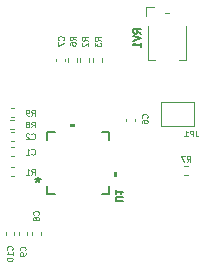
<source format=gbr>
%TF.GenerationSoftware,KiCad,Pcbnew,8.0.4*%
%TF.CreationDate,2024-09-25T00:08:57+05:30*%
%TF.ProjectId,NYSM.2_TMC2209_Stepper_driver,4e59534d-2e32-45f5-944d-43323230395f,rev?*%
%TF.SameCoordinates,Original*%
%TF.FileFunction,Legend,Bot*%
%TF.FilePolarity,Positive*%
%FSLAX46Y46*%
G04 Gerber Fmt 4.6, Leading zero omitted, Abs format (unit mm)*
G04 Created by KiCad (PCBNEW 8.0.4) date 2024-09-25 00:08:57*
%MOMM*%
%LPD*%
G01*
G04 APERTURE LIST*
%ADD10C,0.153000*%
%ADD11C,0.150000*%
%ADD12C,0.125000*%
%ADD13C,0.152400*%
%ADD14C,0.000000*%
%ADD15C,0.120000*%
G04 APERTURE END LIST*
D10*
X148637906Y-120829200D02*
X148127906Y-120829200D01*
X148127906Y-120829200D02*
X148067906Y-120799200D01*
X148067906Y-120799200D02*
X148037906Y-120769200D01*
X148037906Y-120769200D02*
X148007906Y-120709200D01*
X148007906Y-120709200D02*
X148007906Y-120589200D01*
X148007906Y-120589200D02*
X148037906Y-120529200D01*
X148037906Y-120529200D02*
X148067906Y-120499200D01*
X148067906Y-120499200D02*
X148127906Y-120469200D01*
X148127906Y-120469200D02*
X148637906Y-120469200D01*
X148007906Y-119839200D02*
X148007906Y-120199200D01*
X148007906Y-120019200D02*
X148637906Y-120019200D01*
X148637906Y-120019200D02*
X148547906Y-120079200D01*
X148547906Y-120079200D02*
X148487906Y-120139200D01*
X148487906Y-120139200D02*
X148457906Y-120199200D01*
D11*
X141408999Y-118781419D02*
X141408999Y-119019514D01*
X141647094Y-118924276D02*
X141408999Y-119019514D01*
X141408999Y-119019514D02*
X141170904Y-118924276D01*
X141551856Y-119209990D02*
X141408999Y-119019514D01*
X141408999Y-119019514D02*
X141266142Y-119209990D01*
X141391399Y-118804019D02*
X141391399Y-119042114D01*
X141629494Y-118946876D02*
X141391399Y-119042114D01*
X141391399Y-119042114D02*
X141153304Y-118946876D01*
X141534256Y-119232590D02*
X141391399Y-119042114D01*
X141391399Y-119042114D02*
X141248542Y-119232590D01*
D12*
X140874733Y-113574009D02*
X141041399Y-113335914D01*
X141160447Y-113574009D02*
X141160447Y-113074009D01*
X141160447Y-113074009D02*
X140969971Y-113074009D01*
X140969971Y-113074009D02*
X140922352Y-113097819D01*
X140922352Y-113097819D02*
X140898542Y-113121628D01*
X140898542Y-113121628D02*
X140874733Y-113169247D01*
X140874733Y-113169247D02*
X140874733Y-113240676D01*
X140874733Y-113240676D02*
X140898542Y-113288295D01*
X140898542Y-113288295D02*
X140922352Y-113312104D01*
X140922352Y-113312104D02*
X140969971Y-113335914D01*
X140969971Y-113335914D02*
X141160447Y-113335914D01*
X140636637Y-113574009D02*
X140541399Y-113574009D01*
X140541399Y-113574009D02*
X140493780Y-113550200D01*
X140493780Y-113550200D02*
X140469971Y-113526390D01*
X140469971Y-113526390D02*
X140422352Y-113454961D01*
X140422352Y-113454961D02*
X140398542Y-113359723D01*
X140398542Y-113359723D02*
X140398542Y-113169247D01*
X140398542Y-113169247D02*
X140422352Y-113121628D01*
X140422352Y-113121628D02*
X140446161Y-113097819D01*
X140446161Y-113097819D02*
X140493780Y-113074009D01*
X140493780Y-113074009D02*
X140589018Y-113074009D01*
X140589018Y-113074009D02*
X140636637Y-113097819D01*
X140636637Y-113097819D02*
X140660447Y-113121628D01*
X140660447Y-113121628D02*
X140684256Y-113169247D01*
X140684256Y-113169247D02*
X140684256Y-113288295D01*
X140684256Y-113288295D02*
X140660447Y-113335914D01*
X140660447Y-113335914D02*
X140636637Y-113359723D01*
X140636637Y-113359723D02*
X140589018Y-113383533D01*
X140589018Y-113383533D02*
X140493780Y-113383533D01*
X140493780Y-113383533D02*
X140446161Y-113359723D01*
X140446161Y-113359723D02*
X140422352Y-113335914D01*
X140422352Y-113335914D02*
X140398542Y-113288295D01*
X140338590Y-124965866D02*
X140362400Y-124942057D01*
X140362400Y-124942057D02*
X140386209Y-124870628D01*
X140386209Y-124870628D02*
X140386209Y-124823009D01*
X140386209Y-124823009D02*
X140362400Y-124751581D01*
X140362400Y-124751581D02*
X140314780Y-124703962D01*
X140314780Y-124703962D02*
X140267161Y-124680152D01*
X140267161Y-124680152D02*
X140171923Y-124656343D01*
X140171923Y-124656343D02*
X140100495Y-124656343D01*
X140100495Y-124656343D02*
X140005257Y-124680152D01*
X140005257Y-124680152D02*
X139957638Y-124703962D01*
X139957638Y-124703962D02*
X139910019Y-124751581D01*
X139910019Y-124751581D02*
X139886209Y-124823009D01*
X139886209Y-124823009D02*
X139886209Y-124870628D01*
X139886209Y-124870628D02*
X139910019Y-124942057D01*
X139910019Y-124942057D02*
X139933828Y-124965866D01*
X140386209Y-125203962D02*
X140386209Y-125299200D01*
X140386209Y-125299200D02*
X140362400Y-125346819D01*
X140362400Y-125346819D02*
X140338590Y-125370628D01*
X140338590Y-125370628D02*
X140267161Y-125418247D01*
X140267161Y-125418247D02*
X140171923Y-125442057D01*
X140171923Y-125442057D02*
X139981447Y-125442057D01*
X139981447Y-125442057D02*
X139933828Y-125418247D01*
X139933828Y-125418247D02*
X139910019Y-125394438D01*
X139910019Y-125394438D02*
X139886209Y-125346819D01*
X139886209Y-125346819D02*
X139886209Y-125251581D01*
X139886209Y-125251581D02*
X139910019Y-125203962D01*
X139910019Y-125203962D02*
X139933828Y-125180152D01*
X139933828Y-125180152D02*
X139981447Y-125156343D01*
X139981447Y-125156343D02*
X140100495Y-125156343D01*
X140100495Y-125156343D02*
X140148114Y-125180152D01*
X140148114Y-125180152D02*
X140171923Y-125203962D01*
X140171923Y-125203962D02*
X140195733Y-125251581D01*
X140195733Y-125251581D02*
X140195733Y-125346819D01*
X140195733Y-125346819D02*
X140171923Y-125394438D01*
X140171923Y-125394438D02*
X140148114Y-125418247D01*
X140148114Y-125418247D02*
X140100495Y-125442057D01*
X140874733Y-116826390D02*
X140898542Y-116850200D01*
X140898542Y-116850200D02*
X140969971Y-116874009D01*
X140969971Y-116874009D02*
X141017590Y-116874009D01*
X141017590Y-116874009D02*
X141089018Y-116850200D01*
X141089018Y-116850200D02*
X141136637Y-116802580D01*
X141136637Y-116802580D02*
X141160447Y-116754961D01*
X141160447Y-116754961D02*
X141184256Y-116659723D01*
X141184256Y-116659723D02*
X141184256Y-116588295D01*
X141184256Y-116588295D02*
X141160447Y-116493057D01*
X141160447Y-116493057D02*
X141136637Y-116445438D01*
X141136637Y-116445438D02*
X141089018Y-116397819D01*
X141089018Y-116397819D02*
X141017590Y-116374009D01*
X141017590Y-116374009D02*
X140969971Y-116374009D01*
X140969971Y-116374009D02*
X140898542Y-116397819D01*
X140898542Y-116397819D02*
X140874733Y-116421628D01*
X140398542Y-116874009D02*
X140684256Y-116874009D01*
X140541399Y-116874009D02*
X140541399Y-116374009D01*
X140541399Y-116374009D02*
X140589018Y-116445438D01*
X140589018Y-116445438D02*
X140636637Y-116493057D01*
X140636637Y-116493057D02*
X140684256Y-116516866D01*
X144616209Y-107165866D02*
X144378114Y-106999200D01*
X144616209Y-106880152D02*
X144116209Y-106880152D01*
X144116209Y-106880152D02*
X144116209Y-107070628D01*
X144116209Y-107070628D02*
X144140019Y-107118247D01*
X144140019Y-107118247D02*
X144163828Y-107142057D01*
X144163828Y-107142057D02*
X144211447Y-107165866D01*
X144211447Y-107165866D02*
X144282876Y-107165866D01*
X144282876Y-107165866D02*
X144330495Y-107142057D01*
X144330495Y-107142057D02*
X144354304Y-107118247D01*
X144354304Y-107118247D02*
X144378114Y-107070628D01*
X144378114Y-107070628D02*
X144378114Y-106880152D01*
X144116209Y-107594438D02*
X144116209Y-107499200D01*
X144116209Y-107499200D02*
X144140019Y-107451581D01*
X144140019Y-107451581D02*
X144163828Y-107427771D01*
X144163828Y-107427771D02*
X144235257Y-107380152D01*
X144235257Y-107380152D02*
X144330495Y-107356343D01*
X144330495Y-107356343D02*
X144520971Y-107356343D01*
X144520971Y-107356343D02*
X144568590Y-107380152D01*
X144568590Y-107380152D02*
X144592400Y-107403962D01*
X144592400Y-107403962D02*
X144616209Y-107451581D01*
X144616209Y-107451581D02*
X144616209Y-107546819D01*
X144616209Y-107546819D02*
X144592400Y-107594438D01*
X144592400Y-107594438D02*
X144568590Y-107618247D01*
X144568590Y-107618247D02*
X144520971Y-107642057D01*
X144520971Y-107642057D02*
X144401923Y-107642057D01*
X144401923Y-107642057D02*
X144354304Y-107618247D01*
X144354304Y-107618247D02*
X144330495Y-107594438D01*
X144330495Y-107594438D02*
X144306685Y-107546819D01*
X144306685Y-107546819D02*
X144306685Y-107451581D01*
X144306685Y-107451581D02*
X144330495Y-107403962D01*
X144330495Y-107403962D02*
X144354304Y-107380152D01*
X144354304Y-107380152D02*
X144401923Y-107356343D01*
X139238590Y-124917771D02*
X139262400Y-124893962D01*
X139262400Y-124893962D02*
X139286209Y-124822533D01*
X139286209Y-124822533D02*
X139286209Y-124774914D01*
X139286209Y-124774914D02*
X139262400Y-124703486D01*
X139262400Y-124703486D02*
X139214780Y-124655867D01*
X139214780Y-124655867D02*
X139167161Y-124632057D01*
X139167161Y-124632057D02*
X139071923Y-124608248D01*
X139071923Y-124608248D02*
X139000495Y-124608248D01*
X139000495Y-124608248D02*
X138905257Y-124632057D01*
X138905257Y-124632057D02*
X138857638Y-124655867D01*
X138857638Y-124655867D02*
X138810019Y-124703486D01*
X138810019Y-124703486D02*
X138786209Y-124774914D01*
X138786209Y-124774914D02*
X138786209Y-124822533D01*
X138786209Y-124822533D02*
X138810019Y-124893962D01*
X138810019Y-124893962D02*
X138833828Y-124917771D01*
X139286209Y-125393962D02*
X139286209Y-125108248D01*
X139286209Y-125251105D02*
X138786209Y-125251105D01*
X138786209Y-125251105D02*
X138857638Y-125203486D01*
X138857638Y-125203486D02*
X138905257Y-125155867D01*
X138905257Y-125155867D02*
X138929066Y-125108248D01*
X138786209Y-125703485D02*
X138786209Y-125751104D01*
X138786209Y-125751104D02*
X138810019Y-125798723D01*
X138810019Y-125798723D02*
X138833828Y-125822533D01*
X138833828Y-125822533D02*
X138881447Y-125846342D01*
X138881447Y-125846342D02*
X138976685Y-125870152D01*
X138976685Y-125870152D02*
X139095733Y-125870152D01*
X139095733Y-125870152D02*
X139190971Y-125846342D01*
X139190971Y-125846342D02*
X139238590Y-125822533D01*
X139238590Y-125822533D02*
X139262400Y-125798723D01*
X139262400Y-125798723D02*
X139286209Y-125751104D01*
X139286209Y-125751104D02*
X139286209Y-125703485D01*
X139286209Y-125703485D02*
X139262400Y-125655866D01*
X139262400Y-125655866D02*
X139238590Y-125632057D01*
X139238590Y-125632057D02*
X139190971Y-125608247D01*
X139190971Y-125608247D02*
X139095733Y-125584438D01*
X139095733Y-125584438D02*
X138976685Y-125584438D01*
X138976685Y-125584438D02*
X138881447Y-125608247D01*
X138881447Y-125608247D02*
X138833828Y-125632057D01*
X138833828Y-125632057D02*
X138810019Y-125655866D01*
X138810019Y-125655866D02*
X138786209Y-125703485D01*
X140874733Y-118574009D02*
X141041399Y-118335914D01*
X141160447Y-118574009D02*
X141160447Y-118074009D01*
X141160447Y-118074009D02*
X140969971Y-118074009D01*
X140969971Y-118074009D02*
X140922352Y-118097819D01*
X140922352Y-118097819D02*
X140898542Y-118121628D01*
X140898542Y-118121628D02*
X140874733Y-118169247D01*
X140874733Y-118169247D02*
X140874733Y-118240676D01*
X140874733Y-118240676D02*
X140898542Y-118288295D01*
X140898542Y-118288295D02*
X140922352Y-118312104D01*
X140922352Y-118312104D02*
X140969971Y-118335914D01*
X140969971Y-118335914D02*
X141160447Y-118335914D01*
X140398542Y-118574009D02*
X140684256Y-118574009D01*
X140541399Y-118574009D02*
X140541399Y-118074009D01*
X140541399Y-118074009D02*
X140589018Y-118145438D01*
X140589018Y-118145438D02*
X140636637Y-118193057D01*
X140636637Y-118193057D02*
X140684256Y-118216866D01*
X145626209Y-107225866D02*
X145388114Y-107059200D01*
X145626209Y-106940152D02*
X145126209Y-106940152D01*
X145126209Y-106940152D02*
X145126209Y-107130628D01*
X145126209Y-107130628D02*
X145150019Y-107178247D01*
X145150019Y-107178247D02*
X145173828Y-107202057D01*
X145173828Y-107202057D02*
X145221447Y-107225866D01*
X145221447Y-107225866D02*
X145292876Y-107225866D01*
X145292876Y-107225866D02*
X145340495Y-107202057D01*
X145340495Y-107202057D02*
X145364304Y-107178247D01*
X145364304Y-107178247D02*
X145388114Y-107130628D01*
X145388114Y-107130628D02*
X145388114Y-106940152D01*
X145173828Y-107416343D02*
X145150019Y-107440152D01*
X145150019Y-107440152D02*
X145126209Y-107487771D01*
X145126209Y-107487771D02*
X145126209Y-107606819D01*
X145126209Y-107606819D02*
X145150019Y-107654438D01*
X145150019Y-107654438D02*
X145173828Y-107678247D01*
X145173828Y-107678247D02*
X145221447Y-107702057D01*
X145221447Y-107702057D02*
X145269066Y-107702057D01*
X145269066Y-107702057D02*
X145340495Y-107678247D01*
X145340495Y-107678247D02*
X145626209Y-107392533D01*
X145626209Y-107392533D02*
X145626209Y-107702057D01*
X140874733Y-114574009D02*
X141041399Y-114335914D01*
X141160447Y-114574009D02*
X141160447Y-114074009D01*
X141160447Y-114074009D02*
X140969971Y-114074009D01*
X140969971Y-114074009D02*
X140922352Y-114097819D01*
X140922352Y-114097819D02*
X140898542Y-114121628D01*
X140898542Y-114121628D02*
X140874733Y-114169247D01*
X140874733Y-114169247D02*
X140874733Y-114240676D01*
X140874733Y-114240676D02*
X140898542Y-114288295D01*
X140898542Y-114288295D02*
X140922352Y-114312104D01*
X140922352Y-114312104D02*
X140969971Y-114335914D01*
X140969971Y-114335914D02*
X141160447Y-114335914D01*
X140589018Y-114288295D02*
X140636637Y-114264485D01*
X140636637Y-114264485D02*
X140660447Y-114240676D01*
X140660447Y-114240676D02*
X140684256Y-114193057D01*
X140684256Y-114193057D02*
X140684256Y-114169247D01*
X140684256Y-114169247D02*
X140660447Y-114121628D01*
X140660447Y-114121628D02*
X140636637Y-114097819D01*
X140636637Y-114097819D02*
X140589018Y-114074009D01*
X140589018Y-114074009D02*
X140493780Y-114074009D01*
X140493780Y-114074009D02*
X140446161Y-114097819D01*
X140446161Y-114097819D02*
X140422352Y-114121628D01*
X140422352Y-114121628D02*
X140398542Y-114169247D01*
X140398542Y-114169247D02*
X140398542Y-114193057D01*
X140398542Y-114193057D02*
X140422352Y-114240676D01*
X140422352Y-114240676D02*
X140446161Y-114264485D01*
X140446161Y-114264485D02*
X140493780Y-114288295D01*
X140493780Y-114288295D02*
X140589018Y-114288295D01*
X140589018Y-114288295D02*
X140636637Y-114312104D01*
X140636637Y-114312104D02*
X140660447Y-114335914D01*
X140660447Y-114335914D02*
X140684256Y-114383533D01*
X140684256Y-114383533D02*
X140684256Y-114478771D01*
X140684256Y-114478771D02*
X140660447Y-114526390D01*
X140660447Y-114526390D02*
X140636637Y-114550200D01*
X140636637Y-114550200D02*
X140589018Y-114574009D01*
X140589018Y-114574009D02*
X140493780Y-114574009D01*
X140493780Y-114574009D02*
X140446161Y-114550200D01*
X140446161Y-114550200D02*
X140422352Y-114526390D01*
X140422352Y-114526390D02*
X140398542Y-114478771D01*
X140398542Y-114478771D02*
X140398542Y-114383533D01*
X140398542Y-114383533D02*
X140422352Y-114335914D01*
X140422352Y-114335914D02*
X140446161Y-114312104D01*
X140446161Y-114312104D02*
X140493780Y-114288295D01*
X146746209Y-107235866D02*
X146508114Y-107069200D01*
X146746209Y-106950152D02*
X146246209Y-106950152D01*
X146246209Y-106950152D02*
X146246209Y-107140628D01*
X146246209Y-107140628D02*
X146270019Y-107188247D01*
X146270019Y-107188247D02*
X146293828Y-107212057D01*
X146293828Y-107212057D02*
X146341447Y-107235866D01*
X146341447Y-107235866D02*
X146412876Y-107235866D01*
X146412876Y-107235866D02*
X146460495Y-107212057D01*
X146460495Y-107212057D02*
X146484304Y-107188247D01*
X146484304Y-107188247D02*
X146508114Y-107140628D01*
X146508114Y-107140628D02*
X146508114Y-106950152D01*
X146246209Y-107402533D02*
X146246209Y-107712057D01*
X146246209Y-107712057D02*
X146436685Y-107545390D01*
X146436685Y-107545390D02*
X146436685Y-107616819D01*
X146436685Y-107616819D02*
X146460495Y-107664438D01*
X146460495Y-107664438D02*
X146484304Y-107688247D01*
X146484304Y-107688247D02*
X146531923Y-107712057D01*
X146531923Y-107712057D02*
X146650971Y-107712057D01*
X146650971Y-107712057D02*
X146698590Y-107688247D01*
X146698590Y-107688247D02*
X146722400Y-107664438D01*
X146722400Y-107664438D02*
X146746209Y-107616819D01*
X146746209Y-107616819D02*
X146746209Y-107473962D01*
X146746209Y-107473962D02*
X146722400Y-107426343D01*
X146722400Y-107426343D02*
X146698590Y-107402533D01*
X141468590Y-121965866D02*
X141492400Y-121942057D01*
X141492400Y-121942057D02*
X141516209Y-121870628D01*
X141516209Y-121870628D02*
X141516209Y-121823009D01*
X141516209Y-121823009D02*
X141492400Y-121751581D01*
X141492400Y-121751581D02*
X141444780Y-121703962D01*
X141444780Y-121703962D02*
X141397161Y-121680152D01*
X141397161Y-121680152D02*
X141301923Y-121656343D01*
X141301923Y-121656343D02*
X141230495Y-121656343D01*
X141230495Y-121656343D02*
X141135257Y-121680152D01*
X141135257Y-121680152D02*
X141087638Y-121703962D01*
X141087638Y-121703962D02*
X141040019Y-121751581D01*
X141040019Y-121751581D02*
X141016209Y-121823009D01*
X141016209Y-121823009D02*
X141016209Y-121870628D01*
X141016209Y-121870628D02*
X141040019Y-121942057D01*
X141040019Y-121942057D02*
X141063828Y-121965866D01*
X141230495Y-122251581D02*
X141206685Y-122203962D01*
X141206685Y-122203962D02*
X141182876Y-122180152D01*
X141182876Y-122180152D02*
X141135257Y-122156343D01*
X141135257Y-122156343D02*
X141111447Y-122156343D01*
X141111447Y-122156343D02*
X141063828Y-122180152D01*
X141063828Y-122180152D02*
X141040019Y-122203962D01*
X141040019Y-122203962D02*
X141016209Y-122251581D01*
X141016209Y-122251581D02*
X141016209Y-122346819D01*
X141016209Y-122346819D02*
X141040019Y-122394438D01*
X141040019Y-122394438D02*
X141063828Y-122418247D01*
X141063828Y-122418247D02*
X141111447Y-122442057D01*
X141111447Y-122442057D02*
X141135257Y-122442057D01*
X141135257Y-122442057D02*
X141182876Y-122418247D01*
X141182876Y-122418247D02*
X141206685Y-122394438D01*
X141206685Y-122394438D02*
X141230495Y-122346819D01*
X141230495Y-122346819D02*
X141230495Y-122251581D01*
X141230495Y-122251581D02*
X141254304Y-122203962D01*
X141254304Y-122203962D02*
X141278114Y-122180152D01*
X141278114Y-122180152D02*
X141325733Y-122156343D01*
X141325733Y-122156343D02*
X141420971Y-122156343D01*
X141420971Y-122156343D02*
X141468590Y-122180152D01*
X141468590Y-122180152D02*
X141492400Y-122203962D01*
X141492400Y-122203962D02*
X141516209Y-122251581D01*
X141516209Y-122251581D02*
X141516209Y-122346819D01*
X141516209Y-122346819D02*
X141492400Y-122394438D01*
X141492400Y-122394438D02*
X141468590Y-122418247D01*
X141468590Y-122418247D02*
X141420971Y-122442057D01*
X141420971Y-122442057D02*
X141325733Y-122442057D01*
X141325733Y-122442057D02*
X141278114Y-122418247D01*
X141278114Y-122418247D02*
X141254304Y-122394438D01*
X141254304Y-122394438D02*
X141230495Y-122346819D01*
X154034733Y-117504009D02*
X154201399Y-117265914D01*
X154320447Y-117504009D02*
X154320447Y-117004009D01*
X154320447Y-117004009D02*
X154129971Y-117004009D01*
X154129971Y-117004009D02*
X154082352Y-117027819D01*
X154082352Y-117027819D02*
X154058542Y-117051628D01*
X154058542Y-117051628D02*
X154034733Y-117099247D01*
X154034733Y-117099247D02*
X154034733Y-117170676D01*
X154034733Y-117170676D02*
X154058542Y-117218295D01*
X154058542Y-117218295D02*
X154082352Y-117242104D01*
X154082352Y-117242104D02*
X154129971Y-117265914D01*
X154129971Y-117265914D02*
X154320447Y-117265914D01*
X153868066Y-117004009D02*
X153534733Y-117004009D01*
X153534733Y-117004009D02*
X153749018Y-117504009D01*
X143568590Y-107165866D02*
X143592400Y-107142057D01*
X143592400Y-107142057D02*
X143616209Y-107070628D01*
X143616209Y-107070628D02*
X143616209Y-107023009D01*
X143616209Y-107023009D02*
X143592400Y-106951581D01*
X143592400Y-106951581D02*
X143544780Y-106903962D01*
X143544780Y-106903962D02*
X143497161Y-106880152D01*
X143497161Y-106880152D02*
X143401923Y-106856343D01*
X143401923Y-106856343D02*
X143330495Y-106856343D01*
X143330495Y-106856343D02*
X143235257Y-106880152D01*
X143235257Y-106880152D02*
X143187638Y-106903962D01*
X143187638Y-106903962D02*
X143140019Y-106951581D01*
X143140019Y-106951581D02*
X143116209Y-107023009D01*
X143116209Y-107023009D02*
X143116209Y-107070628D01*
X143116209Y-107070628D02*
X143140019Y-107142057D01*
X143140019Y-107142057D02*
X143163828Y-107165866D01*
X143116209Y-107332533D02*
X143116209Y-107665866D01*
X143116209Y-107665866D02*
X143616209Y-107451581D01*
X140874733Y-115526390D02*
X140898542Y-115550200D01*
X140898542Y-115550200D02*
X140969971Y-115574009D01*
X140969971Y-115574009D02*
X141017590Y-115574009D01*
X141017590Y-115574009D02*
X141089018Y-115550200D01*
X141089018Y-115550200D02*
X141136637Y-115502580D01*
X141136637Y-115502580D02*
X141160447Y-115454961D01*
X141160447Y-115454961D02*
X141184256Y-115359723D01*
X141184256Y-115359723D02*
X141184256Y-115288295D01*
X141184256Y-115288295D02*
X141160447Y-115193057D01*
X141160447Y-115193057D02*
X141136637Y-115145438D01*
X141136637Y-115145438D02*
X141089018Y-115097819D01*
X141089018Y-115097819D02*
X141017590Y-115074009D01*
X141017590Y-115074009D02*
X140969971Y-115074009D01*
X140969971Y-115074009D02*
X140898542Y-115097819D01*
X140898542Y-115097819D02*
X140874733Y-115121628D01*
X140684256Y-115121628D02*
X140660447Y-115097819D01*
X140660447Y-115097819D02*
X140612828Y-115074009D01*
X140612828Y-115074009D02*
X140493780Y-115074009D01*
X140493780Y-115074009D02*
X140446161Y-115097819D01*
X140446161Y-115097819D02*
X140422352Y-115121628D01*
X140422352Y-115121628D02*
X140398542Y-115169247D01*
X140398542Y-115169247D02*
X140398542Y-115216866D01*
X140398542Y-115216866D02*
X140422352Y-115288295D01*
X140422352Y-115288295D02*
X140708066Y-115574009D01*
X140708066Y-115574009D02*
X140398542Y-115574009D01*
X154808066Y-114834009D02*
X154808066Y-115191152D01*
X154808066Y-115191152D02*
X154831875Y-115262580D01*
X154831875Y-115262580D02*
X154879494Y-115310200D01*
X154879494Y-115310200D02*
X154950923Y-115334009D01*
X154950923Y-115334009D02*
X154998542Y-115334009D01*
X154569971Y-115334009D02*
X154569971Y-114834009D01*
X154569971Y-114834009D02*
X154379495Y-114834009D01*
X154379495Y-114834009D02*
X154331876Y-114857819D01*
X154331876Y-114857819D02*
X154308066Y-114881628D01*
X154308066Y-114881628D02*
X154284257Y-114929247D01*
X154284257Y-114929247D02*
X154284257Y-115000676D01*
X154284257Y-115000676D02*
X154308066Y-115048295D01*
X154308066Y-115048295D02*
X154331876Y-115072104D01*
X154331876Y-115072104D02*
X154379495Y-115095914D01*
X154379495Y-115095914D02*
X154569971Y-115095914D01*
X153808066Y-115334009D02*
X154093780Y-115334009D01*
X153950923Y-115334009D02*
X153950923Y-114834009D01*
X153950923Y-114834009D02*
X153998542Y-114905438D01*
X153998542Y-114905438D02*
X154046161Y-114953057D01*
X154046161Y-114953057D02*
X154093780Y-114976866D01*
X150658590Y-113753366D02*
X150682400Y-113729557D01*
X150682400Y-113729557D02*
X150706209Y-113658128D01*
X150706209Y-113658128D02*
X150706209Y-113610509D01*
X150706209Y-113610509D02*
X150682400Y-113539081D01*
X150682400Y-113539081D02*
X150634780Y-113491462D01*
X150634780Y-113491462D02*
X150587161Y-113467652D01*
X150587161Y-113467652D02*
X150491923Y-113443843D01*
X150491923Y-113443843D02*
X150420495Y-113443843D01*
X150420495Y-113443843D02*
X150325257Y-113467652D01*
X150325257Y-113467652D02*
X150277638Y-113491462D01*
X150277638Y-113491462D02*
X150230019Y-113539081D01*
X150230019Y-113539081D02*
X150206209Y-113610509D01*
X150206209Y-113610509D02*
X150206209Y-113658128D01*
X150206209Y-113658128D02*
X150230019Y-113729557D01*
X150230019Y-113729557D02*
X150253828Y-113753366D01*
X150206209Y-114181938D02*
X150206209Y-114086700D01*
X150206209Y-114086700D02*
X150230019Y-114039081D01*
X150230019Y-114039081D02*
X150253828Y-114015271D01*
X150253828Y-114015271D02*
X150325257Y-113967652D01*
X150325257Y-113967652D02*
X150420495Y-113943843D01*
X150420495Y-113943843D02*
X150610971Y-113943843D01*
X150610971Y-113943843D02*
X150658590Y-113967652D01*
X150658590Y-113967652D02*
X150682400Y-113991462D01*
X150682400Y-113991462D02*
X150706209Y-114039081D01*
X150706209Y-114039081D02*
X150706209Y-114134319D01*
X150706209Y-114134319D02*
X150682400Y-114181938D01*
X150682400Y-114181938D02*
X150658590Y-114205747D01*
X150658590Y-114205747D02*
X150610971Y-114229557D01*
X150610971Y-114229557D02*
X150491923Y-114229557D01*
X150491923Y-114229557D02*
X150444304Y-114205747D01*
X150444304Y-114205747D02*
X150420495Y-114181938D01*
X150420495Y-114181938D02*
X150396685Y-114134319D01*
X150396685Y-114134319D02*
X150396685Y-114039081D01*
X150396685Y-114039081D02*
X150420495Y-113991462D01*
X150420495Y-113991462D02*
X150444304Y-113967652D01*
X150444304Y-113967652D02*
X150491923Y-113943843D01*
D10*
X150124894Y-106624200D02*
X149824894Y-106414200D01*
X150124894Y-106264200D02*
X149494894Y-106264200D01*
X149494894Y-106264200D02*
X149494894Y-106504200D01*
X149494894Y-106504200D02*
X149524894Y-106564200D01*
X149524894Y-106564200D02*
X149554894Y-106594200D01*
X149554894Y-106594200D02*
X149614894Y-106624200D01*
X149614894Y-106624200D02*
X149704894Y-106624200D01*
X149704894Y-106624200D02*
X149764894Y-106594200D01*
X149764894Y-106594200D02*
X149794894Y-106564200D01*
X149794894Y-106564200D02*
X149824894Y-106504200D01*
X149824894Y-106504200D02*
X149824894Y-106264200D01*
X149494894Y-106804200D02*
X150124894Y-107014200D01*
X150124894Y-107014200D02*
X149494894Y-107224200D01*
X150124894Y-107764200D02*
X150124894Y-107404200D01*
X150124894Y-107584200D02*
X149494894Y-107584200D01*
X149494894Y-107584200D02*
X149584894Y-107524200D01*
X149584894Y-107524200D02*
X149644894Y-107464200D01*
X149644894Y-107464200D02*
X149674894Y-107404200D01*
D13*
%TO.C,U1*%
X142217000Y-119536740D02*
X142217000Y-120205500D01*
X142217000Y-114947700D02*
X142217000Y-115616460D01*
X142885760Y-114947700D02*
X142217000Y-114947700D01*
X142217000Y-120205500D02*
X142885760Y-120205500D01*
X147474800Y-114947700D02*
X146806040Y-114947700D01*
X146806040Y-120205500D02*
X147474800Y-120205500D01*
X147474800Y-120205500D02*
X147474800Y-119536740D01*
X147474800Y-115616460D02*
X147474800Y-114947700D01*
D14*
G36*
X144536401Y-114520701D02*
G01*
X144155401Y-114520701D01*
X144155401Y-114266701D01*
X144536401Y-114266701D01*
X144536401Y-114520701D01*
G37*
G36*
X148155799Y-118767101D02*
G01*
X147901799Y-118767101D01*
X147901799Y-118386101D01*
X148155799Y-118386101D01*
X148155799Y-118767101D01*
G37*
D15*
%TO.C,R9*%
X139415041Y-112899200D02*
X139107759Y-112899200D01*
X139415041Y-113659200D02*
X139107759Y-113659200D01*
%TO.C,C9*%
X139801400Y-123657036D02*
X139801400Y-123441364D01*
X140521400Y-123657036D02*
X140521400Y-123441364D01*
%TO.C,C1*%
X139153564Y-116249200D02*
X139369236Y-116249200D01*
X139153564Y-116969200D02*
X139369236Y-116969200D01*
%TO.C,R6*%
X143971400Y-108705559D02*
X143971400Y-109012841D01*
X144731400Y-108705559D02*
X144731400Y-109012841D01*
%TO.C,C10*%
X138681400Y-123647036D02*
X138681400Y-123431364D01*
X139401400Y-123647036D02*
X139401400Y-123431364D01*
%TO.C,R1*%
X139415041Y-117919200D02*
X139107759Y-117919200D01*
X139415041Y-118679200D02*
X139107759Y-118679200D01*
%TO.C,R2*%
X145011400Y-109002841D02*
X145011400Y-108695559D01*
X145771400Y-109002841D02*
X145771400Y-108695559D01*
%TO.C,R8*%
X139087759Y-113909200D02*
X139395041Y-113909200D01*
X139087759Y-114669200D02*
X139395041Y-114669200D01*
%TO.C,R3*%
X146121400Y-109012841D02*
X146121400Y-108705559D01*
X146881400Y-109012841D02*
X146881400Y-108705559D01*
%TO.C,C8*%
X140931400Y-123657036D02*
X140931400Y-123441364D01*
X141651400Y-123657036D02*
X141651400Y-123441364D01*
%TO.C,R7*%
X153797759Y-117849200D02*
X154105041Y-117849200D01*
X153797759Y-118609200D02*
X154105041Y-118609200D01*
%TO.C,C7*%
X142951400Y-108987036D02*
X142951400Y-108771364D01*
X143671400Y-108987036D02*
X143671400Y-108771364D01*
%TO.C,C2*%
X139163564Y-114959200D02*
X139379236Y-114959200D01*
X139163564Y-115679200D02*
X139379236Y-115679200D01*
%TO.C,JP1*%
X151871400Y-112429200D02*
X154671400Y-112429200D01*
X151871400Y-114429200D02*
X151871400Y-112429200D01*
X154671400Y-112429200D02*
X154671400Y-114429200D01*
X154671400Y-114429200D02*
X151871400Y-114429200D01*
%TO.C,C6*%
X148881400Y-114057036D02*
X148881400Y-113841364D01*
X149601400Y-114057036D02*
X149601400Y-113841364D01*
%TO.C,RV1*%
X153341400Y-108899200D02*
X153941400Y-108899200D01*
X151341400Y-108899200D02*
X150741400Y-108899200D01*
X153941400Y-108899200D02*
X153941400Y-105999200D01*
X150741400Y-108899200D02*
X150741400Y-105999200D01*
X150541400Y-104399200D02*
X150541400Y-105099200D01*
X152541400Y-104899200D02*
X152141400Y-104899200D01*
X151241400Y-104399200D02*
X150541400Y-104399200D01*
%TD*%
M02*

</source>
